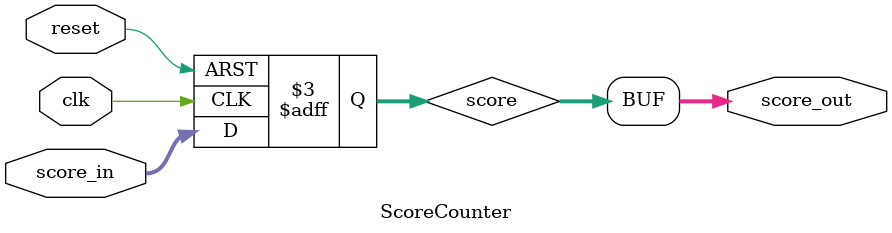
<source format=v>
module ScoreCounter(
  input wire clk,
  input wire reset,
  input wire [31:0] score_in,
  output reg [31:0] score_out
);

  reg [31:0] score;

  always @(posedge clk or posedge reset) begin
    if (reset) begin
      // Reset the score to 0 when reset is asserted
      score <= 32'b0;
    end else begin
      // Use non-blocking assignment for updating registers
      score <= score_in;
    end
  end

  always @(*) begin
    // Output the current score value
    score_out = score;
  end

endmodule

</source>
